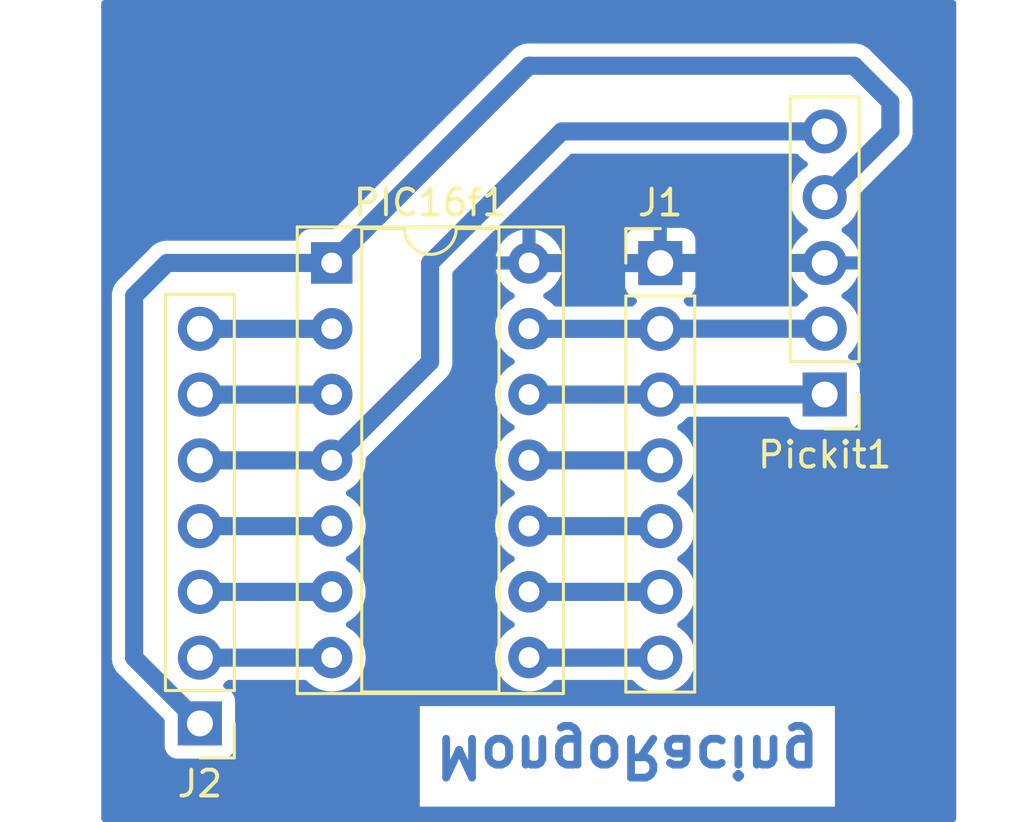
<source format=kicad_pcb>
(kicad_pcb (version 20211014) (generator pcbnew)
  (layers (0 "F.Cu" signal) (31 "B.Cu" signal) (34 "B.Paste" user) (35 "F.Paste" user) (36 "B.SilkS" user "B.Silkscreen") (37 "F.SilkS" user "F.Silkscreen") (38 "B.Mask" user) (39 "F.Mask" user) (44 "Edge.Cuts" user))
  (net 0 "")
  (net 1 "Earth")
  (net 2 "Net-(J1-Pad2)")
  (net 3 "Net-(J1-Pad3)")
  (net 4 "Net-(J1-Pad4)")
  (net 5 "Net-(J1-Pad5)")
  (net 6 "Net-(J1-Pad6)")
  (net 7 "Net-(J1-Pad7)")
  (net 8 "Net-(J2-Pad1)")
  (net 9 "Net-(J2-Pad2)")
  (net 10 "Net-(J2-Pad3)")
  (net 11 "Net-(J2-Pad5)")
  (net 12 "Net-(J2-Pad6)")
  (net 13 "Net-(J2-Pad7)")
  (net 14 "Net-(J2-Pad4)")
  (footprint "Connector_PinHeader_2.54mm:PinHeader_1x07_P2.54mm_Vertical" (layer "F.Cu") (at 118.11 110.49 180)
    (fp_text reference "J2" (at 0 -2.33) (layer "F.SilkS"))
    (fp_text value "Conn_01x07_Female")
    (fp_line (start -1.33 1.27) (end -1.33 16.57) (layer "F.SilkS") (width 0.12))
    (fp_line (start -1.33 -1.33) (end 0 -1.33) (layer "F.SilkS") (width 0.12))
    (fp_line (start -1.33 1.27) (end 1.33 1.27) (layer "F.SilkS") (width 0.12))
    (fp_line (start -1.33 0) (end -1.33 -1.33) (layer "F.SilkS") (width 0.12))
    (fp_line (start -1.33 16.57) (end 1.33 16.57) (layer "F.SilkS") (width 0.12))
    (fp_line (start 1.33 1.27) (end 1.33 16.57) (layer "F.SilkS") (width 0.12))
    (pad "1" thru_hole rect (at 0 0 180) (size 1.7 1.7) (drill 1) (layers *.Cu *.Mask) (net 8 "Net-(J2-Pad1)"))
    (pad "2" thru_hole oval (at 0 2.54 180) (size 1.7 1.7) (drill 1) (layers *.Cu *.Mask) (net 9 "Net-(J2-Pad2)"))
    (pad "3" thru_hole oval (at 0 5.08 180) (size 1.7 1.7) (drill 1) (layers *.Cu *.Mask) (net 10 "Net-(J2-Pad3)"))
    (pad "4" thru_hole oval (at 0 7.62 180) (size 1.7 1.7) (drill 1) (layers *.Cu *.Mask) (net 14 "Net-(J2-Pad4)"))
    (pad "5" thru_hole oval (at 0 10.16 180) (size 1.7 1.7) (drill 1) (layers *.Cu *.Mask) (net 11 "Net-(J2-Pad5)"))
    (pad "6" thru_hole oval (at 0 12.7 180) (size 1.7 1.7) (drill 1) (layers *.Cu *.Mask) (net 12 "Net-(J2-Pad6)"))
    (pad "7" thru_hole oval (at 0 15.24 180) (size 1.7 1.7) (drill 1) (layers *.Cu *.Mask) (net 13 "Net-(J2-Pad7)"))
  )
  (footprint "Connector_PinHeader_2.54mm:PinHeader_1x05_P2.54mm_Vertical" (layer "F.Cu") (at 142.24 97.785 180)
    (fp_text reference "Pickit1" (at 0 -2.33) (layer "F.SilkS"))
    (fp_text value "Conn_01x05_Female")
    (fp_line (start 1.33 1.27) (end 1.33 11.49) (layer "F.SilkS") (width 0.12))
    (fp_line (start -1.33 1.27) (end 1.33 1.27) (layer "F.SilkS") (width 0.12))
    (fp_line (start -1.33 0) (end -1.33 -1.33) (layer "F.SilkS") (width 0.12))
    (fp_line (start -1.33 -1.33) (end 0 -1.33) (layer "F.SilkS") (width 0.12))
    (fp_line (start -1.33 1.27) (end -1.33 11.49) (layer "F.SilkS") (width 0.12))
    (fp_line (start -1.33 11.49) (end 1.33 11.49) (layer "F.SilkS") (width 0.12))
    (pad "1" thru_hole rect (at 0 0 180) (size 1.7 1.7) (drill 1) (layers *.Cu *.Mask) (net 3 "Net-(J1-Pad3)"))
    (pad "2" thru_hole oval (at 0 2.54 180) (size 1.7 1.7) (drill 1) (layers *.Cu *.Mask) (net 2 "Net-(J1-Pad2)"))
    (pad "3" thru_hole oval (at 0 5.08 180) (size 1.7 1.7) (drill 1) (layers *.Cu *.Mask) (net 1 "Earth"))
    (pad "4" thru_hole oval (at 0 7.62 180) (size 1.7 1.7) (drill 1) (layers *.Cu *.Mask) (net 8 "Net-(J2-Pad1)"))
    (pad "5" thru_hole oval (at 0 10.16 180) (size 1.7 1.7) (drill 1) (layers *.Cu *.Mask) (net 11 "Net-(J2-Pad5)"))
  )
  (footprint "Connector_PinHeader_2.54mm:PinHeader_1x07_P2.54mm_Vertical" (layer "F.Cu") (at 135.89 92.71)
    (fp_text reference "J1" (at 0 -2.33) (layer "F.SilkS"))
    (fp_text value "Conn_01x07_Female")
    (fp_line (start -1.33 0) (end -1.33 -1.33) (layer "F.SilkS") (width 0.12))
    (fp_line (start 1.33 1.27) (end 1.33 16.57) (layer "F.SilkS") (width 0.12))
    (fp_line (start -1.33 1.27) (end -1.33 16.57) (layer "F.SilkS") (width 0.12))
    (fp_line (start -1.33 -1.33) (end 0 -1.33) (layer "F.SilkS") (width 0.12))
    (fp_line (start -1.33 1.27) (end 1.33 1.27) (layer "F.SilkS") (width 0.12))
    (fp_line (start -1.33 16.57) (end 1.33 16.57) (layer "F.SilkS") (width 0.12))
    (pad "1" thru_hole rect (at 0 0) (size 1.7 1.7) (drill 1) (layers *.Cu *.Mask) (net 1 "Earth"))
    (pad "2" thru_hole oval (at 0 2.54) (size 1.7 1.7) (drill 1) (layers *.Cu *.Mask) (net 2 "Net-(J1-Pad2)"))
    (pad "3" thru_hole oval (at 0 5.08) (size 1.7 1.7) (drill 1) (layers *.Cu *.Mask) (net 3 "Net-(J1-Pad3)"))
    (pad "4" thru_hole oval (at 0 7.62) (size 1.7 1.7) (drill 1) (layers *.Cu *.Mask) (net 4 "Net-(J1-Pad4)"))
    (pad "5" thru_hole oval (at 0 10.16) (size 1.7 1.7) (drill 1) (layers *.Cu *.Mask) (net 5 "Net-(J1-Pad5)"))
    (pad "6" thru_hole oval (at 0 12.7) (size 1.7 1.7) (drill 1) (layers *.Cu *.Mask) (net 6 "Net-(J1-Pad6)"))
    (pad "7" thru_hole oval (at 0 15.24) (size 1.7 1.7) (drill 1) (layers *.Cu *.Mask) (net 7 "Net-(J1-Pad7)"))
  )
  (footprint "Package_DIP:DIP-14_W7.62mm_Socket" (layer "F.Cu") (at 123.2 92.705)
    (fp_text reference "PIC16f1" (at 3.81 -2.33) (layer "F.SilkS"))
    (fp_text value "PIC16F684-IP")
    (fp_line (start -1.33 16.63) (end 8.95 16.63) (layer "F.SilkS") (width 0.12))
    (fp_line (start 1.16 -1.33) (end 1.16 16.57) (layer "F.SilkS") (width 0.12))
    (fp_line (start 6.46 16.57) (end 6.46 -1.33) (layer "F.SilkS") (width 0.12))
    (fp_line (start -1.33 -1.39) (end -1.33 16.63) (layer "F.SilkS") (width 0.12))
    (fp_line (start 8.95 16.63) (end 8.95 -1.39) (layer "F.SilkS") (width 0.12))
    (fp_line (start 1.16 16.57) (end 6.46 16.57) (layer "F.SilkS") (width 0.12))
    (fp_line (start 8.95 -1.39) (end -1.33 -1.39) (layer "F.SilkS") (width 0.12))
    (fp_line (start 6.46 -1.33) (end 4.81 -1.33) (layer "F.SilkS") (width 0.12))
    (fp_line (start 2.81 -1.33) (end 1.16 -1.33) (layer "F.SilkS") (width 0.12))
    (fp_arc (start 4.81 -1.33) (mid 3.81 -0.33) (end 2.81 -1.33) (layer "F.SilkS") (width 0.12))
    (pad "1" thru_hole rect (at 0 0) (size 1.6 1.6) (drill 0.8) (layers *.Cu *.Mask) (net 8 "Net-(J2-Pad1)"))
    (pad "2" thru_hole oval (at 0 2.54) (size 1.6 1.6) (drill 0.8) (layers *.Cu *.Mask) (net 13 "Net-(J2-Pad7)"))
    (pad "3" thru_hole oval (at 0 5.08) (size 1.6 1.6) (drill 0.8) (layers *.Cu *.Mask) (net 12 "Net-(J2-Pad6)"))
    (pad "4" thru_hole oval (at 0 7.62) (size 1.6 1.6) (drill 0.8) (layers *.Cu *.Mask) (net 11 "Net-(J2-Pad5)"))
    (pad "5" thru_hole oval (at 0 10.16) (size 1.6 1.6) (drill 0.8) (layers *.Cu *.Mask) (net 14 "Net-(J2-Pad4)"))
    (pad "6" thru_hole oval (at 0 12.7) (size 1.6 1.6) (drill 0.8) (layers *.Cu *.Mask) (net 10 "Net-(J2-Pad3)"))
    (pad "7" thru_hole oval (at 0 15.24) (size 1.6 1.6) (drill 0.8) (layers *.Cu *.Mask) (net 9 "Net-(J2-Pad2)"))
    (pad "8" thru_hole oval (at 7.62 15.24) (size 1.6 1.6) (drill 0.8) (layers *.Cu *.Mask) (net 7 "Net-(J1-Pad7)"))
    (pad "9" thru_hole oval (at 7.62 12.7) (size 1.6 1.6) (drill 0.8) (layers *.Cu *.Mask) (net 6 "Net-(J1-Pad6)"))
    (pad "10" thru_hole oval (at 7.62 10.16) (size 1.6 1.6) (drill 0.8) (layers *.Cu *.Mask) (net 5 "Net-(J1-Pad5)"))
    (pad "11" thru_hole oval (at 7.62 7.62) (size 1.6 1.6) (drill 0.8) (layers *.Cu *.Mask) (net 4 "Net-(J1-Pad4)"))
    (pad "12" thru_hole oval (at 7.62 5.08) (size 1.6 1.6) (drill 0.8) (layers *.Cu *.Mask) (net 3 "Net-(J1-Pad3)"))
    (pad "13" thru_hole oval (at 7.62 2.54) (size 1.6 1.6) (drill 0.8) (layers *.Cu *.Mask) (net 2 "Net-(J1-Pad2)"))
    (pad "14" thru_hole oval (at 7.62 0) (size 1.6 1.6) (drill 0.8) (layers *.Cu *.Mask) (net 1 "Earth"))
  )
  (gr_text "MongoRacing" (at 134.62 111.76 180) (layer "B.Cu") (effects (font (size 1.5 1.5) (thickness 0.3)) (justify mirror)))
  (segment (start 135.895 92.705) (end 135.89 92.71) (width 0.7) (layer "B.Cu") (net 1))
  (segment (start 135.89 92.71) (end 130.825 92.71) (width 0.7) (layer "B.Cu") (net 1))
  (segment (start 130.825 92.71) (end 130.82 92.705) (width 0.7) (layer "B.Cu") (net 1))
  (segment (start 142.24 92.705) (end 135.895 92.705) (width 0.7) (layer "B.Cu") (net 1))
  (segment (start 135.89 95.25) (end 130.825 95.25) (width 0.7) (layer "B.Cu") (net 2))
  (segment (start 130.825 95.25) (end 130.82 95.245) (width 0.7) (layer "B.Cu") (net 2))
  (segment (start 135.895 95.245) (end 135.89 95.25) (width 0.7) (layer "B.Cu") (net 2))
  (segment (start 142.24 95.245) (end 135.895 95.245) (width 0.7) (layer "B.Cu") (net 2))
  (segment (start 135.89 97.79) (end 130.825 97.79) (width 0.7) (layer "B.Cu") (net 3))
  (segment (start 142.24 97.785) (end 135.895 97.785) (width 0.7) (layer "B.Cu") (net 3))
  (segment (start 135.895 97.785) (end 135.89 97.79) (width 0.7) (layer "B.Cu") (net 3))
  (segment (start 130.825 97.79) (end 130.82 97.785) (width 0.7) (layer "B.Cu") (net 3))
  (segment (start 130.825 100.33) (end 130.82 100.325) (width 0.7) (layer "B.Cu") (net 4))
  (segment (start 135.89 100.33) (end 130.825 100.33) (width 0.7) (layer "B.Cu") (net 4))
  (segment (start 135.89 102.87) (end 130.825 102.87) (width 0.7) (layer "B.Cu") (net 5))
  (segment (start 130.825 102.87) (end 130.82 102.865) (width 0.7) (layer "B.Cu") (net 5))
  (segment (start 130.825 105.41) (end 130.82 105.405) (width 0.7) (layer "B.Cu") (net 6))
  (segment (start 135.89 105.41) (end 130.825 105.41) (width 0.7) (layer "B.Cu") (net 6))
  (segment (start 135.89 107.95) (end 130.825 107.95) (width 0.7) (layer "B.Cu") (net 7))
  (segment (start 130.825 107.95) (end 130.82 107.945) (width 0.7) (layer "B.Cu") (net 7))
  (segment (start 115.57 107.95) (end 115.57 93.98) (width 0.7) (layer "B.Cu") (net 8))
  (segment (start 130.815 85.09) (end 123.2 92.705) (width 0.7) (layer "B.Cu") (net 8))
  (segment (start 115.57 93.98) (end 116.845 92.705) (width 0.7) (layer "B.Cu") (net 8))
  (segment (start 116.845 92.705) (end 123.2 92.705) (width 0.7) (layer "B.Cu") (net 8))
  (segment (start 144.775 87.63) (end 144.775 86.489511) (width 0.7) (layer "B.Cu") (net 8))
  (segment (start 142.24 90.165) (end 144.775 87.63) (width 0.7) (layer "B.Cu") (net 8))
  (segment (start 144.775 86.489511) (end 143.375489 85.09) (width 0.7) (layer "B.Cu") (net 8))
  (segment (start 118.11 110.49) (end 115.57 107.95) (width 0.7) (layer "B.Cu") (net 8))
  (segment (start 143.375489 85.09) (end 130.815 85.09) (width 0.7) (layer "B.Cu") (net 8))
  (segment (start 123.195 107.95) (end 123.2 107.945) (width 0.7) (layer "B.Cu") (net 9))
  (segment (start 118.11 107.95) (end 123.195 107.95) (width 0.7) (layer "B.Cu") (net 9))
  (segment (start 123.195 105.41) (end 123.2 105.405) (width 0.7) (layer "B.Cu") (net 10))
  (segment (start 118.11 105.41) (end 123.195 105.41) (width 0.7) (layer "B.Cu") (net 10))
  (segment (start 127 92.71) (end 127 96.525) (width 0.7) (layer "B.Cu") (net 11))
  (segment (start 118.11 100.33) (end 123.195 100.33) (width 0.7) (layer "B.Cu") (net 11))
  (segment (start 127 96.525) (end 123.2 100.325) (width 0.7) (layer "B.Cu") (net 11))
  (segment (start 142.24 87.625) (end 132.085 87.625) (width 0.7) (layer "B.Cu") (net 11))
  (segment (start 123.195 100.33) (end 123.2 100.325) (width 0.7) (layer "B.Cu") (net 11))
  (segment (start 132.085 87.625) (end 127 92.71) (width 0.7) (layer "B.Cu") (net 11))
  (segment (start 123.195 97.79) (end 123.2 97.785) (width 0.7) (layer "B.Cu") (net 12))
  (segment (start 118.11 97.79) (end 123.195 97.79) (width 0.7) (layer "B.Cu") (net 12))
  (segment (start 118.11 95.25) (end 123.195 95.25) (width 0.7) (layer "B.Cu") (net 13))
  (segment (start 123.195 95.25) (end 123.2 95.245) (width 0.7) (layer "B.Cu") (net 13))
  (segment (start 118.11 102.87) (end 123.195 102.87) (width 0.7) (layer "B.Cu") (net 14))
  (segment (start 123.195 102.87) (end 123.2 102.865) (width 0.7) (layer "B.Cu") (net 14))
  (zone (net 1) (net_name "Earth") (layer "B.Cu") (connect_pads (clearance 0.508)) (min_thickness 0.254) (fill yes (thermal_gap 0.508) (thermal_bridge_width 0.508))
    (polygon (pts (xy 147.32 114.3) (xy 114.3 114.3) (xy 114.3 82.55) (xy 147.32 82.55)))
  )
)
</source>
